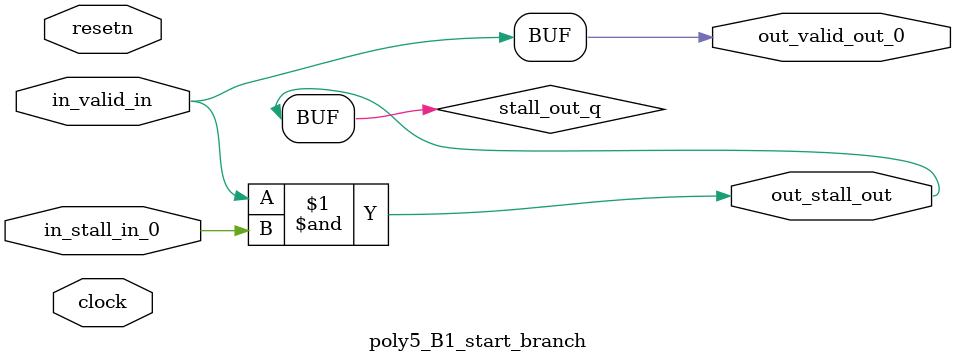
<source format=sv>



(* altera_attribute = "-name AUTO_SHIFT_REGISTER_RECOGNITION OFF; -name MESSAGE_DISABLE 10036; -name MESSAGE_DISABLE 10037; -name MESSAGE_DISABLE 14130; -name MESSAGE_DISABLE 14320; -name MESSAGE_DISABLE 15400; -name MESSAGE_DISABLE 14130; -name MESSAGE_DISABLE 10036; -name MESSAGE_DISABLE 12020; -name MESSAGE_DISABLE 12030; -name MESSAGE_DISABLE 12010; -name MESSAGE_DISABLE 12110; -name MESSAGE_DISABLE 14320; -name MESSAGE_DISABLE 13410; -name MESSAGE_DISABLE 113007; -name MESSAGE_DISABLE 10958" *)
module poly5_B1_start_branch (
    input wire [0:0] in_stall_in_0,
    input wire [0:0] in_valid_in,
    output wire [0:0] out_stall_out,
    output wire [0:0] out_valid_out_0,
    input wire clock,
    input wire resetn
    );

    wire [0:0] stall_out_q;


    // stall_out(LOGICAL,6)
    assign stall_out_q = in_valid_in & in_stall_in_0;

    // out_stall_out(GPOUT,4)
    assign out_stall_out = stall_out_q;

    // out_valid_out_0(GPOUT,5)
    assign out_valid_out_0 = in_valid_in;

endmodule

</source>
